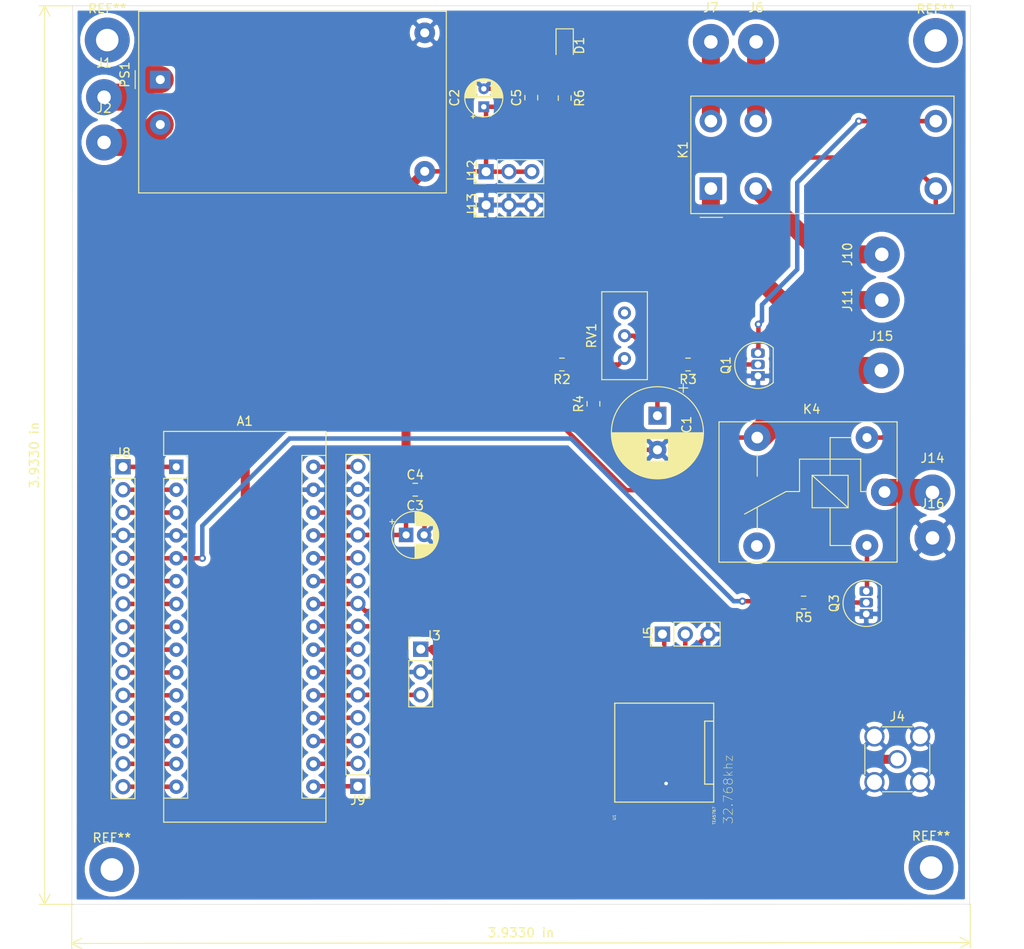
<source format=kicad_pcb>
(kicad_pcb (version 20171130) (host pcbnew "(5.1.5)-3")
  (layers (0 F.Cu signal) (31 B.Cu signal hide) (34 B.Paste user) (35 F.Paste user) (36 B.SilkS user) (37 F.SilkS user) (38 B.Mask user) (39 F.Mask user) (44 Edge.Cuts user))
  (net 0 "")
  (net 1 D1)
  (net 2 3V3)
  (net 3 D0)
  (net 4 AREF)
  (net 5 RST2)
  (net 6 A0)
  (net 7 GND)
  (net 8 IR_rec)
  (net 9 Amplifer_OnOff)
  (net 10 A2)
  (net 11 D3)
  (net 12 A3)
  (net 13 D4)
  (net 14 SDA)
  (net 15 D5)
  (net 16 SCL)
  (net 17 D6)
  (net 18 A6)
  (net 19 D7)
  (net 20 A7)
  (net 21 D8)
  (net 22 5V)
  (net 23 D9)
  (net 24 RST1)
  (net 25 D10)
  (net 26 D11)
  (net 27 VIN)
  (net 28 D12)
  (net 29 D13)
  (net 30 "Net-(C1-Pad1)")
  (net 31 "Net-(D1-Pad2)")
  (net 32 "Net-(J1-Pad1)")
  (net 33 "Net-(J2-Pad1)")
  (net 34 "Net-(J4-Pad1)")
  (net 35 "Net-(J5-Pad1)")
  (net 36 "Net-(J6-Pad1)")
  (net 37 "Net-(J7-Pad1)")
  (net 38 "Net-(J10-Pad1)")
  (net 39 "Net-(J11-Pad1)")
  (net 40 "Net-(J14-Pad1)")
  (net 41 Vcc_wzmacniacz)
  (net 42 "Net-(K1-Pad5)")
  (net 43 "Net-(U1-Pad4)")
  (net 44 "Net-(U1-Pad9)")
  (net 45 "Net-(K4-Pad4)")
  (net 46 "Net-(K4-Pad5)")
  (net 47 "Net-(J5-Pad2)")
  (net 48 "Net-(Q1-Pad2)")
  (net 49 "Net-(Q3-Pad2)")
  (net 50 "Net-(R2-Pad1)")
  (net 51 "Net-(RV1-Pad1)")
  (module Capacitor_THT:CP_Radial_D5.0mm_P2.00mm (layer F.Cu) (at 61.5696 76.962)
    (fp_text reference C3 (at 1 -3.25) (layer F.SilkS))
    (fp_text value CP)
    (pad 2 thru_hole circle (at 2 0) (size 1.6 1.6) (drill 0.8) (layers *.Cu *.Mask) (net 7 GND))
    (pad 1 thru_hole rect (at 0 0) (size 1.6 1.6) (drill 0.8) (layers *.Cu *.Mask) (net 22 5V))
  )
  (module Capacitor_THT:CP_Radial_D10.0mm_P3.80mm (layer F.Cu) (at 89.5096 63.7032 270)
    (fp_text reference C1 (at 1 -3.25 90) (layer F.SilkS))
    (fp_text value CP)
    (pad 2 thru_hole circle (at 3.8 0 270) (size 2 2) (drill 1) (layers *.Cu *.Mask) (net 7 GND))
    (pad 1 thru_hole rect (at 0 0 270) (size 2 2) (drill 1) (layers *.Cu *.Mask) (net 30 "Net-(C1-Pad1)"))
  )
  (module Potentiometer_THT:Potentiometer_Bourns_3296W_Vertical (layer F.Cu) (at 85.852 52.2732 90)
    (fp_text reference RV1 (at -2.54 -3.66 90) (layer F.SilkS))
    (fp_text value R_POT)
    (pad 3 thru_hole circle (at -5.08 0 90) (size 1.44 1.44) (drill 0.8) (layers *.Cu *.Mask) (net 50 "Net-(R2-Pad1)"))
    (pad 2 thru_hole circle (at -2.54 0 90) (size 1.44 1.44) (drill 0.8) (layers *.Cu *.Mask) (net 30 "Net-(C1-Pad1)"))
    (pad 1 thru_hole circle (at 0 0 90) (size 1.44 1.44) (drill 0.8) (layers *.Cu *.Mask) (net 51 "Net-(RV1-Pad1)"))
  )
  (module MountingHole:MountingHole_2.5mm_Pad (layer F.Cu) (at 28.8544 114.1476)
    (fp_text reference REF** (at 0 -3.5) (layer F.SilkS))
    (fp_text value MountingHole_2.5mm_Pad)
    (pad 1 thru_hole circle (at 0 0) (size 5 5) (drill 2.5) (layers *.Cu *.Mask))
  )
  (module MountingHole:MountingHole_2.5mm_Pad (layer F.Cu) (at 119.9388 113.9444)
    (fp_text reference REF** (at 0 -3.5) (layer F.SilkS))
    (fp_text value MountingHole_2.5mm_Pad)
    (pad 1 thru_hole circle (at 0 0) (size 5 5) (drill 2.5) (layers *.Cu *.Mask))
  )
  (module MountingHole:MountingHole_2.5mm_Pad (layer F.Cu) (at 120.4468 21.9964)
    (fp_text reference REF** (at 0 -3.5) (layer F.SilkS))
    (fp_text value MountingHole_2.5mm_Pad)
    (pad 1 thru_hole circle (at 0 0) (size 5 5) (drill 2.5) (layers *.Cu *.Mask))
  )
  (module MountingHole:MountingHole_2.5mm_Pad (layer F.Cu) (at 28.3464 21.9456)
    (fp_text reference REF** (at 0 -3.5) (layer F.SilkS))
    (fp_text value MountingHole_2.5mm_Pad)
    (pad 1 thru_hole circle (at 0 0) (size 5 5) (drill 2.5) (layers *.Cu *.Mask))
  )
  (module Connector_PinHeader_2.54mm:PinHeader_1x03_P2.54mm_Vertical (layer F.Cu) (at 70.4596 40.2844 90)
    (fp_text reference J13 (at 0 -1.56 90) (layer F.SilkS))
    (fp_text value Conn_01x03_Male)
    (pad 3 thru_hole oval (at 0 5.08 90) (size 1.7 1.7) (drill 1) (layers *.Cu *.Mask) (net 7 GND))
    (pad 2 thru_hole oval (at 0 2.54 90) (size 1.7 1.7) (drill 1) (layers *.Cu *.Mask) (net 7 GND))
    (pad 1 thru_hole rect (at 0 0 90) (size 1.7 1.7) (drill 1) (layers *.Cu *.Mask) (net 7 GND))
  )
  (module Connector_PinHeader_2.54mm:PinHeader_1x03_P2.54mm_Vertical (layer F.Cu) (at 70.4596 36.576 90)
    (fp_text reference J12 (at 0 -1.56 90) (layer F.SilkS))
    (fp_text value Conn_01x03_Male)
    (pad 3 thru_hole oval (at 0 5.08 90) (size 1.7 1.7) (drill 1) (layers *.Cu *.Mask) (net 22 5V))
    (pad 2 thru_hole oval (at 0 2.54 90) (size 1.7 1.7) (drill 1) (layers *.Cu *.Mask) (net 22 5V))
    (pad 1 thru_hole rect (at 0 0 90) (size 1.7 1.7) (drill 1) (layers *.Cu *.Mask) (net 22 5V))
  )
  (module Connector_PinHeader_2.54mm:PinHeader_1x03_P2.54mm_Vertical (layer F.Cu) (at 90.0684 87.9856 90)
    (fp_text reference J5 (at 0 -1.56 90) (layer F.SilkS))
    (fp_text value Conn_01x03_Female)
    (pad 3 thru_hole oval (at 0 5.08 90) (size 1.7 1.7) (drill 1) (layers *.Cu *.Mask) (net 7 GND))
    (pad 2 thru_hole oval (at 0 2.54 90) (size 1.7 1.7) (drill 1) (layers *.Cu *.Mask) (net 47 "Net-(J5-Pad2)"))
    (pad 1 thru_hole rect (at 0 0 90) (size 1.7 1.7) (drill 1) (layers *.Cu *.Mask) (net 35 "Net-(J5-Pad1)"))
  )
  (module Connector_PinHeader_2.54mm:PinHeader_1x03_P2.54mm_Vertical (layer F.Cu) (at 63.1952 89.662)
    (fp_text reference J3 (at 1.375 -1.5) (layer F.SilkS))
    (fp_text value Conn_01x03_Female)
    (pad 3 thru_hole oval (at 0 5.08) (size 1.7 1.7) (drill 1) (layers *.Cu *.Mask) (net 8 IR_rec))
    (pad 2 thru_hole oval (at 0 2.54) (size 1.7 1.7) (drill 1) (layers *.Cu *.Mask) (net 7 GND))
    (pad 1 thru_hole rect (at 0 0) (size 1.7 1.7) (drill 1) (layers *.Cu *.Mask) (net 22 5V))
  )
  (module Connector_PinHeader_2.54mm:PinHeader_1x15_P2.54mm_Vertical (layer F.Cu) (at 30.099 69.3928)
    (fp_text reference J8 (at 0 -1.56) (layer F.SilkS))
    (fp_text value Conn_01x15_Male)
    (pad 15 thru_hole oval (at 0 35.56) (size 1.7 1.7) (drill 1) (layers *.Cu *.Mask) (net 28 D12))
    (pad 14 thru_hole oval (at 0 33.02) (size 1.7 1.7) (drill 1) (layers *.Cu *.Mask) (net 26 D11))
    (pad 13 thru_hole oval (at 0 30.48) (size 1.7 1.7) (drill 1) (layers *.Cu *.Mask) (net 25 D10))
    (pad 12 thru_hole oval (at 0 27.94) (size 1.7 1.7) (drill 1) (layers *.Cu *.Mask) (net 23 D9))
    (pad 11 thru_hole oval (at 0 25.4) (size 1.7 1.7) (drill 1) (layers *.Cu *.Mask) (net 21 D8))
    (pad 10 thru_hole oval (at 0 22.86) (size 1.7 1.7) (drill 1) (layers *.Cu *.Mask) (net 19 D7))
    (pad 9 thru_hole oval (at 0 20.32) (size 1.7 1.7) (drill 1) (layers *.Cu *.Mask) (net 17 D6))
    (pad 8 thru_hole oval (at 0 17.78) (size 1.7 1.7) (drill 1) (layers *.Cu *.Mask) (net 15 D5))
    (pad 7 thru_hole oval (at 0 15.24) (size 1.7 1.7) (drill 1) (layers *.Cu *.Mask) (net 13 D4))
    (pad 6 thru_hole oval (at 0 12.7) (size 1.7 1.7) (drill 1) (layers *.Cu *.Mask) (net 11 D3))
    (pad 5 thru_hole oval (at 0 10.16) (size 1.7 1.7) (drill 1) (layers *.Cu *.Mask) (net 9 Amplifer_OnOff))
    (pad 4 thru_hole oval (at 0 7.62) (size 1.7 1.7) (drill 1) (layers *.Cu *.Mask) (net 7 GND))
    (pad 3 thru_hole oval (at 0 5.08) (size 1.7 1.7) (drill 1) (layers *.Cu *.Mask) (net 5 RST2))
    (pad 2 thru_hole oval (at 0 2.54) (size 1.7 1.7) (drill 1) (layers *.Cu *.Mask) (net 3 D0))
    (pad 1 thru_hole rect (at 0 0) (size 1.7 1.7) (drill 1) (layers *.Cu *.Mask) (net 1 D1))
  )
  (module Connector_PinHeader_2.54mm:PinHeader_1x15_P2.54mm_Vertical (layer F.Cu) (at 56.2102 104.902 180)
    (fp_text reference J9 (at 0 -1.56) (layer F.SilkS))
    (fp_text value Conn_01x15_Male)
    (pad 15 thru_hole oval (at 0 35.56 180) (size 1.7 1.7) (drill 1) (layers *.Cu *.Mask) (net 27 VIN))
    (pad 14 thru_hole oval (at 0 33.02 180) (size 1.7 1.7) (drill 1) (layers *.Cu *.Mask) (net 7 GND))
    (pad 13 thru_hole oval (at 0 30.48 180) (size 1.7 1.7) (drill 1) (layers *.Cu *.Mask) (net 24 RST1))
    (pad 12 thru_hole oval (at 0 27.94 180) (size 1.7 1.7) (drill 1) (layers *.Cu *.Mask) (net 22 5V))
    (pad 11 thru_hole oval (at 0 25.4 180) (size 1.7 1.7) (drill 1) (layers *.Cu *.Mask) (net 20 A7))
    (pad 10 thru_hole oval (at 0 22.86 180) (size 1.7 1.7) (drill 1) (layers *.Cu *.Mask) (net 18 A6))
    (pad 9 thru_hole oval (at 0 20.32 180) (size 1.7 1.7) (drill 1) (layers *.Cu *.Mask) (net 16 SCL))
    (pad 8 thru_hole oval (at 0 17.78 180) (size 1.7 1.7) (drill 1) (layers *.Cu *.Mask) (net 14 SDA))
    (pad 7 thru_hole oval (at 0 15.24 180) (size 1.7 1.7) (drill 1) (layers *.Cu *.Mask) (net 12 A3))
    (pad 6 thru_hole oval (at 0 12.7 180) (size 1.7 1.7) (drill 1) (layers *.Cu *.Mask) (net 10 A2))
    (pad 5 thru_hole oval (at 0 10.16 180) (size 1.7 1.7) (drill 1) (layers *.Cu *.Mask) (net 8 IR_rec))
    (pad 4 thru_hole oval (at 0 7.62 180) (size 1.7 1.7) (drill 1) (layers *.Cu *.Mask) (net 6 A0))
    (pad 3 thru_hole oval (at 0 5.08 180) (size 1.7 1.7) (drill 1) (layers *.Cu *.Mask) (net 4 AREF))
    (pad 2 thru_hole oval (at 0 2.54 180) (size 1.7 1.7) (drill 1) (layers *.Cu *.Mask) (net 2 3V3))
    (pad 1 thru_hole rect (at 0 0 180) (size 1.7 1.7) (drill 1) (layers *.Cu *.Mask) (net 29 D13))
  )
  (module Module:Arduino_Nano (layer F.Cu) (at 36.0172 69.3928)
    (fp_text reference A1 (at 7.62 -5.08) (layer F.SilkS))
    (fp_text value Arduino_Nano_v3.x)
    (pad 1 thru_hole rect (at 0 0) (size 1.6 1.6) (drill 0.8) (layers *.Cu *.Mask) (net 1 D1))
    (pad 17 thru_hole oval (at 15.24 33.02) (size 1.6 1.6) (drill 0.8) (layers *.Cu *.Mask) (net 2 3V3))
    (pad 2 thru_hole oval (at 0 2.54) (size 1.6 1.6) (drill 0.8) (layers *.Cu *.Mask) (net 3 D0))
    (pad 18 thru_hole oval (at 15.24 30.48) (size 1.6 1.6) (drill 0.8) (layers *.Cu *.Mask) (net 4 AREF))
    (pad 3 thru_hole oval (at 0 5.08) (size 1.6 1.6) (drill 0.8) (layers *.Cu *.Mask) (net 5 RST2))
    (pad 19 thru_hole oval (at 15.24 27.94) (size 1.6 1.6) (drill 0.8) (layers *.Cu *.Mask) (net 6 A0))
    (pad 4 thru_hole oval (at 0 7.62) (size 1.6 1.6) (drill 0.8) (layers *.Cu *.Mask) (net 7 GND))
    (pad 20 thru_hole oval (at 15.24 25.4) (size 1.6 1.6) (drill 0.8) (layers *.Cu *.Mask) (net 8 IR_rec))
    (pad 5 thru_hole oval (at 0 10.16) (size 1.6 1.6) (drill 0.8) (layers *.Cu *.Mask) (net 9 Amplifer_OnOff))
    (pad 21 thru_hole oval (at 15.24 22.86) (size 1.6 1.6) (drill 0.8) (layers *.Cu *.Mask) (net 10 A2))
    (pad 6 thru_hole oval (at 0 12.7) (size 1.6 1.6) (drill 0.8) (layers *.Cu *.Mask) (net 11 D3))
    (pad 22 thru_hole oval (at 15.24 20.32) (size 1.6 1.6) (drill 0.8) (layers *.Cu *.Mask) (net 12 A3))
    (pad 7 thru_hole oval (at 0 15.24) (size 1.6 1.6) (drill 0.8) (layers *.Cu *.Mask) (net 13 D4))
    (pad 23 thru_hole oval (at 15.24 17.78) (size 1.6 1.6) (drill 0.8) (layers *.Cu *.Mask) (net 14 SDA))
    (pad 8 thru_hole oval (at 0 17.78) (size 1.6 1.6) (drill 0.8) (layers *.Cu *.Mask) (net 15 D5))
    (pad 24 thru_hole oval (at 15.24 15.24) (size 1.6 1.6) (drill 0.8) (layers *.Cu *.Mask) (net 16 SCL))
    (pad 9 thru_hole oval (at 0 20.32) (size 1.6 1.6) (drill 0.8) (layers *.Cu *.Mask) (net 17 D6))
    (pad 25 thru_hole oval (at 15.24 12.7) (size 1.6 1.6) (drill 0.8) (layers *.Cu *.Mask) (net 18 A6))
    (pad 10 thru_hole oval (at 0 22.86) (size 1.6 1.6) (drill 0.8) (layers *.Cu *.Mask) (net 19 D7))
    (pad 26 thru_hole oval (at 15.24 10.16) (size 1.6 1.6) (drill 0.8) (layers *.Cu *.Mask) (net 20 A7))
    (pad 11 thru_hole oval (at 0 25.4) (size 1.6 1.6) (drill 0.8) (layers *.Cu *.Mask) (net 21 D8))
    (pad 27 thru_hole oval (at 15.24 7.62) (size 1.6 1.6) (drill 0.8) (layers *.Cu *.Mask) (net 22 5V))
    (pad 12 thru_hole oval (at 0 27.94) (size 1.6 1.6) (drill 0.8) (layers *.Cu *.Mask) (net 23 D9))
    (pad 28 thru_hole oval (at 15.24 5.08) (size 1.6 1.6) (drill 0.8) (layers *.Cu *.Mask) (net 24 RST1))
    (pad 13 thru_hole oval (at 0 30.48) (size 1.6 1.6) (drill 0.8) (layers *.Cu *.Mask) (net 25 D10))
    (pad 29 thru_hole oval (at 15.24 2.54) (size 1.6 1.6) (drill 0.8) (layers *.Cu *.Mask) (net 7 GND))
    (pad 14 thru_hole oval (at 0 33.02) (size 1.6 1.6) (drill 0.8) (layers *.Cu *.Mask) (net 26 D11))
    (pad 30 thru_hole oval (at 15.24 0) (size 1.6 1.6) (drill 0.8) (layers *.Cu *.Mask) (net 27 VIN))
    (pad 15 thru_hole oval (at 0 35.56) (size 1.6 1.6) (drill 0.8) (layers *.Cu *.Mask) (net 28 D12))
    (pad 16 thru_hole oval (at 15.24 35.56) (size 1.6 1.6) (drill 0.8) (layers *.Cu *.Mask) (net 29 D13))
  )
  (module Capacitor_THT:CP_Radial_D4.0mm_P2.00mm (layer F.Cu) (at 70.2056 29.3624 90)
    (fp_text reference C2 (at 1 -3.25 90) (layer F.SilkS))
    (fp_text value CP)
    (pad 1 thru_hole rect (at 0 0 90) (size 1.2 1.2) (drill 0.6) (layers *.Cu *.Mask) (net 22 5V))
    (pad 2 thru_hole circle (at 2 0 90) (size 1.2 1.2) (drill 0.6) (layers *.Cu *.Mask) (net 7 GND))
  )
  (module Capacitor_SMD:C_0805_2012Metric_Pad1.15x1.40mm_HandSolder (layer F.Cu) (at 62.5856 71.9328)
    (fp_text reference C4 (at 0 -1.65) (layer F.SilkS))
    (fp_text value C)
    (pad 1 smd roundrect (at -1.025 0) (size 1.15 1.4) (layers F.Cu F.Paste F.Mask) (roundrect_rratio 0.217391) (net 22 5V))
    (pad 2 smd roundrect (at 1.025 0) (size 1.15 1.4) (layers F.Cu F.Paste F.Mask) (roundrect_rratio 0.217391) (net 7 GND))
  )
  (module Capacitor_SMD:C_0805_2012Metric_Pad1.15x1.40mm_HandSolder (layer F.Cu) (at 75.4888 28.3464 90)
    (fp_text reference C5 (at 0 -1.65 90) (layer F.SilkS))
    (fp_text value C)
    (pad 2 smd roundrect (at 1.025 0 90) (size 1.15 1.4) (layers F.Cu F.Paste F.Mask) (roundrect_rratio 0.217391) (net 7 GND))
    (pad 1 smd roundrect (at -1.025 0 90) (size 1.15 1.4) (layers F.Cu F.Paste F.Mask) (roundrect_rratio 0.217391) (net 22 5V))
  )
  (module LED_SMD:LED_0805_2012Metric_Pad1.15x1.40mm_HandSolder (layer F.Cu) (at 79.1972 22.5552 270)
    (fp_text reference D1 (at 0 -1.65 90) (layer F.SilkS))
    (fp_text value LED)
    (pad 1 smd roundrect (at -1.025 0 270) (size 1.15 1.4) (layers F.Cu F.Paste F.Mask) (roundrect_rratio 0.217391) (net 7 GND))
    (pad 2 smd roundrect (at 1.025 0 270) (size 1.15 1.4) (layers F.Cu F.Paste F.Mask) (roundrect_rratio 0.217391) (net 31 "Net-(D1-Pad2)"))
  )
  (module Connector_Wire:SolderWirePad_1x01_Drill1.5mm (layer F.Cu) (at 27.9908 28.2956)
    (fp_text reference J1 (at 0 -3.81) (layer F.SilkS))
    (fp_text value Screw_Terminal_01x01)
    (pad 1 thru_hole circle (at 0 0) (size 4.0005 4.0005) (drill 1.50114) (layers *.Cu *.Mask) (net 32 "Net-(J1-Pad1)"))
  )
  (module Connector_Wire:SolderWirePad_1x01_Drill1.5mm (layer F.Cu) (at 27.9908 33.3248)
    (fp_text reference J2 (at 0 -3.81) (layer F.SilkS))
    (fp_text value Screw_Terminal_01x01)
    (pad 1 thru_hole circle (at 0 0) (size 4.0005 4.0005) (drill 1.50114) (layers *.Cu *.Mask) (net 33 "Net-(J2-Pad1)"))
  )
  (module Connector_Coaxial:SMA_Amphenol_132291_Vertical (layer F.Cu) (at 116.1796 101.9048)
    (fp_text reference J4 (at 0 -4.75) (layer F.SilkS))
    (fp_text value Conn_Coaxial)
    (pad 1 thru_hole circle (at 0 0) (size 2.05 2.05) (drill 1.5) (layers *.Cu *.Mask) (net 34 "Net-(J4-Pad1)"))
    (pad 2 thru_hole circle (at 2.54 2.54) (size 2.25 2.25) (drill 1.7) (layers *.Cu *.Mask) (net 7 GND))
    (pad 2 thru_hole circle (at 2.54 -2.54) (size 2.25 2.25) (drill 1.7) (layers *.Cu *.Mask) (net 7 GND))
    (pad 2 thru_hole circle (at -2.54 -2.54) (size 2.25 2.25) (drill 1.7) (layers *.Cu *.Mask) (net 7 GND))
    (pad 2 thru_hole circle (at -2.54 2.54) (size 2.25 2.25) (drill 1.7) (layers *.Cu *.Mask) (net 7 GND))
  )
  (module Connector_Wire:SolderWirePad_1x01_Drill1.5mm (layer F.Cu) (at 100.4824 22.1488)
    (fp_text reference J6 (at 0 -3.81) (layer F.SilkS))
    (fp_text value Screw_Terminal_01x01)
    (pad 1 thru_hole circle (at 0 0) (size 4.0005 4.0005) (drill 1.50114) (layers *.Cu *.Mask) (net 36 "Net-(J6-Pad1)"))
  )
  (module Connector_Wire:SolderWirePad_1x01_Drill1.5mm (layer F.Cu) (at 95.4532 22.1488)
    (fp_text reference J7 (at 0 -3.81) (layer F.SilkS))
    (fp_text value Screw_Terminal_01x01)
    (pad 1 thru_hole circle (at 0 0) (size 4.0005 4.0005) (drill 1.50114) (layers *.Cu *.Mask) (net 37 "Net-(J7-Pad1)"))
  )
  (module Connector_Wire:SolderWirePad_1x01_Drill1.5mm (layer F.Cu) (at 114.4524 45.7708 90)
    (fp_text reference J10 (at 0 -3.81 90) (layer F.SilkS))
    (fp_text value Screw_Terminal_01x01)
    (pad 1 thru_hole circle (at 0 0 90) (size 4.0005 4.0005) (drill 1.50114) (layers *.Cu *.Mask) (net 38 "Net-(J10-Pad1)"))
  )
  (module Connector_Wire:SolderWirePad_1x01_Drill1.5mm (layer F.Cu) (at 114.4524 50.8508 90)
    (fp_text reference J11 (at 0 -3.81 90) (layer F.SilkS))
    (fp_text value Screw_Terminal_01x01)
    (pad 1 thru_hole circle (at 0 0 90) (size 4.0005 4.0005) (drill 1.50114) (layers *.Cu *.Mask) (net 39 "Net-(J11-Pad1)"))
  )
  (module Connector_Wire:SolderWirePad_1x01_Drill1.5mm (layer F.Cu) (at 120.0912 72.2376)
    (fp_text reference J14 (at 0 -3.81) (layer F.SilkS))
    (fp_text value Screw_Terminal_01x01)
    (pad 1 thru_hole circle (at 0 0) (size 4.0005 4.0005) (drill 1.50114) (layers *.Cu *.Mask) (net 40 "Net-(J14-Pad1)"))
  )
  (module Connector_Wire:SolderWirePad_1x01_Drill1.5mm (layer F.Cu) (at 114.4016 58.674)
    (fp_text reference J15 (at 0 -3.81) (layer F.SilkS))
    (fp_text value Screw_Terminal_01x01)
    (pad 1 thru_hole circle (at 0 0) (size 4.0005 4.0005) (drill 1.50114) (layers *.Cu *.Mask) (net 41 Vcc_wzmacniacz))
  )
  (module Connector_Wire:SolderWirePad_1x01_Drill1.5mm (layer F.Cu) (at 120.0912 77.2922)
    (fp_text reference J16 (at 0 -3.81) (layer F.SilkS))
    (fp_text value Screw_Terminal_01x01)
    (pad 1 thru_hole circle (at 0 0) (size 4.0005 4.0005) (drill 1.50114) (layers *.Cu *.Mask) (net 7 GND))
  )
  (module Relay_THT:Relay_DPST_Fujitsu_FTR-F1A (layer F.Cu) (at 95.4532 38.4556 90)
    (fp_text reference K1 (at 4.3 -3.1 90) (layer F.SilkS))
    (fp_text value Fujitsu_FTR-F1A)
    (pad 1 thru_hole rect (at 0 0) (size 2.5 2.5) (drill 1.4) (layers *.Cu *.Mask) (net 39 "Net-(J11-Pad1)"))
    (pad 2 thru_hole circle (at 0 5) (size 2.5 2.5) (drill 1.4) (layers *.Cu *.Mask) (net 38 "Net-(J10-Pad1)"))
    (pad 4 thru_hole circle (at 0 25) (size 2.5 2.5) (drill 1.4) (layers *.Cu *.Mask) (net 22 5V))
    (pad 5 thru_hole circle (at 7.5 25) (size 2.5 2.5) (drill 1.4) (layers *.Cu *.Mask) (net 42 "Net-(K1-Pad5)"))
    (pad 7 thru_hole circle (at 7.5 5) (size 2.5 2.5) (drill 1.4) (layers *.Cu *.Mask) (net 36 "Net-(J6-Pad1)"))
    (pad 8 thru_hole circle (at 7.5 0) (size 2.5 2.5) (drill 1.4) (layers *.Cu *.Mask) (net 37 "Net-(J7-Pad1)"))
  )
  (module Relay_THT:Relay_SPDT_SANYOU_SRD_Series_Form_C (layer F.Cu) (at 114.7572 72.1868 180)
    (fp_text reference K4 (at 8.1 9.2) (layer F.SilkS))
    (fp_text value DIPxx-1Cxx-51x)
    (pad 2 thru_hole circle (at 1.95 6.05 270) (size 2.5 2.5) (drill 1) (layers *.Cu *.Mask) (net 22 5V))
    (pad 3 thru_hole circle (at 14.15 6.05 270) (size 3 3) (drill 1.3) (layers *.Cu *.Mask) (net 41 Vcc_wzmacniacz))
    (pad 4 thru_hole circle (at 14.2 -6 270) (size 3 3) (drill 1.3) (layers *.Cu *.Mask) (net 45 "Net-(K4-Pad4)"))
    (pad 5 thru_hole circle (at 1.95 -5.95 270) (size 2.5 2.5) (drill 1) (layers *.Cu *.Mask) (net 46 "Net-(K4-Pad5)"))
    (pad 1 thru_hole circle (at 0 0 270) (size 3 3) (drill 1.3) (layers *.Cu *.Mask) (net 40 "Net-(J14-Pad1)"))
  )
  (module Converter_ACDC:Converter_ACDC_HiLink_HLK-PMxx (layer F.Cu) (at 34.2392 26.3398)
    (fp_text reference PS1 (at -3.94 -0.55 90) (layer F.SilkS))
    (fp_text value HLK-PM01)
    (pad 3 thru_hole circle (at 29.4 -5.2) (size 2.3 2.3) (drill 1) (layers *.Cu *.Mask) (net 7 GND))
    (pad 1 thru_hole rect (at 0 0) (size 2.3 2) (drill 1) (layers *.Cu *.Mask) (net 32 "Net-(J1-Pad1)"))
    (pad 2 thru_hole circle (at 0 5) (size 2.3 2.3) (drill 1) (layers *.Cu *.Mask) (net 33 "Net-(J2-Pad1)"))
    (pad 4 thru_hole circle (at 29.4 10.2) (size 2.3 2.3) (drill 1) (layers *.Cu *.Mask) (net 22 5V))
  )
  (module Package_TO_SOT_THT:TO-92L_Inline (layer F.Cu) (at 100.6856 59.2836 90)
    (fp_text reference Q1 (at 1.19 -3.56 90) (layer F.SilkS))
    (fp_text value 2N7002)
    (pad 2 thru_hole roundrect (at 1.27 0 90) (size 1.05 1.5) (drill 0.75) (layers *.Cu *.Mask) (net 48 "Net-(Q1-Pad2)"))
    (pad 3 thru_hole roundrect (at 2.54 0 90) (size 1.05 1.5) (drill 0.75) (layers *.Cu *.Mask) (net 42 "Net-(K1-Pad5)"))
    (pad 1 thru_hole rect (at 0 0 90) (size 1.05 1.5) (drill 0.75) (layers *.Cu *.Mask) (net 7 GND))
  )
  (module Package_TO_SOT_THT:TO-92L_Inline (layer F.Cu) (at 112.7252 85.7504 90)
    (fp_text reference Q3 (at 1.19 -3.56 90) (layer F.SilkS))
    (fp_text value 2N7002)
    (pad 1 thru_hole rect (at 0 0 90) (size 1.05 1.5) (drill 0.75) (layers *.Cu *.Mask) (net 7 GND))
    (pad 3 thru_hole roundrect (at 2.54 0 90) (size 1.05 1.5) (drill 0.75) (layers *.Cu *.Mask) (net 46 "Net-(K4-Pad5)"))
    (pad 2 thru_hole roundrect (at 1.27 0 90) (size 1.05 1.5) (drill 0.75) (layers *.Cu *.Mask) (net 49 "Net-(Q3-Pad2)"))
  )
  (module Resistor_SMD:R_0805_2012Metric_Pad1.15x1.40mm_HandSolder (layer F.Cu) (at 78.8924 58.0136 180)
    (fp_text reference R2 (at 0 -1.65) (layer F.SilkS))
    (fp_text value R)
    (pad 1 smd roundrect (at -1.025 0 180) (size 1.15 1.4) (layers F.Cu F.Paste F.Mask) (roundrect_rratio 0.217391) (net 50 "Net-(R2-Pad1)"))
    (pad 2 smd roundrect (at 1.025 0 180) (size 1.15 1.4) (layers F.Cu F.Paste F.Mask) (roundrect_rratio 0.217391) (net 41 Vcc_wzmacniacz))
  )
  (module Resistor_SMD:R_0805_2012Metric_Pad1.15x1.40mm_HandSolder (layer F.Cu) (at 92.9132 58.0136 180)
    (fp_text reference R3 (at 0 -1.65) (layer F.SilkS))
    (fp_text value R)
    (pad 2 smd roundrect (at 1.025 0 180) (size 1.15 1.4) (layers F.Cu F.Paste F.Mask) (roundrect_rratio 0.217391) (net 30 "Net-(C1-Pad1)"))
    (pad 1 smd roundrect (at -1.025 0 180) (size 1.15 1.4) (layers F.Cu F.Paste F.Mask) (roundrect_rratio 0.217391) (net 48 "Net-(Q1-Pad2)"))
  )
  (module Resistor_SMD:R_0805_2012Metric_Pad1.15x1.40mm_HandSolder (layer F.Cu) (at 82.3976 62.3824 90)
    (fp_text reference R4 (at 0 -1.65 90) (layer F.SilkS))
    (fp_text value R)
    (pad 2 smd roundrect (at 1.025 0 90) (size 1.15 1.4) (layers F.Cu F.Paste F.Mask) (roundrect_rratio 0.217391) (net 50 "Net-(R2-Pad1)"))
    (pad 1 smd roundrect (at -1.025 0 90) (size 1.15 1.4) (layers F.Cu F.Paste F.Mask) (roundrect_rratio 0.217391) (net 7 GND))
  )
  (module Resistor_SMD:R_0805_2012Metric_Pad1.15x1.40mm_HandSolder (layer F.Cu) (at 105.7656 84.4804 180)
    (fp_text reference R5 (at 0 -1.65) (layer F.SilkS))
    (fp_text value R)
    (pad 2 smd roundrect (at 1.025 0 180) (size 1.15 1.4) (layers F.Cu F.Paste F.Mask) (roundrect_rratio 0.217391) (net 9 Amplifer_OnOff))
    (pad 1 smd roundrect (at -1.025 0 180) (size 1.15 1.4) (layers F.Cu F.Paste F.Mask) (roundrect_rratio 0.217391) (net 49 "Net-(Q3-Pad2)"))
  )
  (module Resistor_SMD:R_0805_2012Metric_Pad1.15x1.40mm_HandSolder (layer F.Cu) (at 79.1972 28.3972 270)
    (fp_text reference R6 (at 0 -1.65 90) (layer F.SilkS))
    (fp_text value R)
    (pad 1 smd roundrect (at -1.025 0 270) (size 1.15 1.4) (layers F.Cu F.Paste F.Mask) (roundrect_rratio 0.217391) (net 31 "Net-(D1-Pad2)"))
    (pad 2 smd roundrect (at 1.025 0 270) (size 1.15 1.4) (layers F.Cu F.Paste F.Mask) (roundrect_rratio 0.217391) (net 22 5V))
  )
  (module TEA5767:TJ-102BC (layer F.Cu) (at 86.7664 105.664 90)
    (fp_text reference U1 (at -2.7 -2.05 90) (layer F.SilkS) (effects (font (size 0.314961 0.314961) (thickness 0.05))))
    (fp_text value TEA5767 (at -2.5 9.05 90) (layer F.SilkS) (effects (font (size 0.314961 0.314961) (thickness 0.05))))
    (fp_text user 32.768khz (at 0.400783 10.6207 90) (layer F.SilkS) (effects (font (thickness 0.05))))
    (pad 1 smd rect (at -2 -0.5 90) (size 3 1.3) (layers F.Cu F.Paste F.Mask) (net 14 SDA))
    (pad 2 smd rect (at -2 1.5 90) (size 3 1.3) (layers F.Cu F.Paste F.Mask) (net 16 SCL))
    (pad 3 smd rect (at -2 3.5 90) (size 3 1.3) (layers F.Cu F.Paste F.Mask) (net 7 GND))
    (pad 4 smd rect (at -2 5.5 90) (size 3 1.3) (layers F.Cu F.Paste F.Mask) (net 43 "Net-(U1-Pad4)"))
    (pad 5 smd rect (at -2 7.5 90) (size 3 1.3) (layers F.Cu F.Paste F.Mask) (net 22 5V))
    (pad 10 smd rect (at 11 -0.5 90) (size 3 1.3) (layers F.Cu F.Paste F.Mask) (net 34 "Net-(J4-Pad1)"))
    (pad 9 smd rect (at 11 1.5 90) (size 3 1.3) (layers F.Cu F.Paste F.Mask) (net 44 "Net-(U1-Pad9)"))
    (pad 8 smd rect (at 11 3.5 90) (size 3 1.3) (layers F.Cu F.Paste F.Mask) (net 35 "Net-(J5-Pad1)"))
    (pad 7 smd rect (at 11 5.5 90) (size 3 1.3) (layers F.Cu F.Paste F.Mask) (net 47 "Net-(J5-Pad2)"))
    (pad 6 smd rect (at 11 7.5 90) (size 3 1.3) (layers F.Cu F.Paste F.Mask) (net 7 GND))
  )
  (gr_text "Radio by\nPablo W." (at 31.496 51.9176 90) (layer F.Cu) (effects (font (size 1.5 1.5) (thickness 0.3))))
  (gr_line (start 124.2314 118.0592) (end 124.2314 118.11) (layer Edge.Cuts) (width 0.05))
  (gr_line (start 124.3076 18.1356) (end 124.2314 118.0592) (layer Edge.Cuts) (width 0.05))
  (gr_line (start 24.511 18.1356) (end 124.3076 18.1356) (layer Edge.Cuts) (width 0.05))
  (gr_line (start 24.4094 118.0338) (end 24.511 18.1356) (layer Edge.Cuts) (width 0.05))
  (gr_line (start 124.3076 118.0084) (end 24.4094 118.0338) (layer Edge.Cuts) (width 0.05))
  (dimension 99.8982 (width 0.12) (layer F.SilkS) (gr_text "99.898 mm" (at 20.1168 68.0847 90) (layer F.SilkS) (effects (font (size 1 1) (thickness 0.15)))) (feature1 (pts (xy 24.511 18.1356) (xy 20.800379 18.1356))) (feature2 (pts (xy 24.511 118.0338) (xy 20.800379 118.0338))) (crossbar (pts (xy 21.3868 118.0338) (xy 21.3868 18.1356))) (arrow1a (pts (xy 21.3868 18.1356) (xy 21.973221 19.262104))) (arrow1b (pts (xy 21.3868 18.1356) (xy 20.800379 19.262104))) (arrow2a (pts (xy 21.3868 118.0338) (xy 21.973221 116.907296))) (arrow2b (pts (xy 21.3868 118.0338) (xy 20.800379 116.907296))))
  (dimension 99.898252 (width 0.12) (layer F.SilkS) (gr_text "99.898 mm" (at 74.338709 123.5989 0.05827181262) (layer F.SilkS) (effects (font (size 1 1) (thickness 0.15)))) (feature1 (pts (xy 124.2822 118.0338) (xy 124.287113 122.864521))) (feature2 (pts (xy 24.384 118.1354) (xy 24.388913 122.966121))) (crossbar (pts (xy 24.388317 122.379701) (xy 124.286517 122.278101))) (arrow1a (pts (xy 124.286517 122.278101) (xy 123.16061 122.865667))) (arrow1b (pts (xy 124.286517 122.278101) (xy 123.159417 121.692826))) (arrow2a (pts (xy 24.388317 122.379701) (xy 25.515417 122.964976))) (arrow2b (pts (xy 24.388317 122.379701) (xy 25.514224 121.792135))))
  (segment (start 36.0172 69.3928) (end 30.099 69.3928) (width 0.5) (layer F.Cu) (net 1))
  (segment (start 56.1594 102.4128) (end 56.2102 102.362) (width 0.5) (layer F.Cu) (net 2))
  (segment (start 51.2572 102.4128) (end 56.1594 102.4128) (width 0.5) (layer F.Cu) (net 2))
  (segment (start 30.099 71.9328) (end 36.0172 71.9328) (width 0.5) (layer F.Cu) (net 3))
  (segment (start 56.1594 99.8728) (end 56.2102 99.822) (width 0.5) (layer F.Cu) (net 4))
  (segment (start 51.2572 99.8728) (end 56.1594 99.8728) (width 0.5) (layer F.Cu) (net 4))
  (segment (start 34.88583 74.4728) (end 30.099 74.4728) (width 0.5) (layer F.Cu) (net 5))
  (segment (start 36.0172 74.4728) (end 34.88583 74.4728) (width 0.5) (layer F.Cu) (net 5))
  (segment (start 51.308 97.282) (end 51.2572 97.3328) (width 0.5) (layer F.Cu) (net 6))
  (segment (start 56.2102 97.282) (end 51.308 97.282) (width 0.5) (layer F.Cu) (net 6))
  (segment (start 70.4596 40.2844) (end 72.9996 40.2844) (width 0.5) (layer F.Cu) (net 7))
  (segment (start 72.9996 40.2844) (end 76.2508 40.2844) (width 0.5) (layer F.Cu) (net 7))
  (segment (start 76.2508 40.2844) (end 75.5396 40.2844) (width 0.5) (layer F.Cu) (net 7))
  (segment (start 75.4478 27.3624) (end 75.4888 27.3214) (width 0.5) (layer F.Cu) (net 7))
  (segment (start 70.2056 27.3624) (end 75.4478 27.3624) (width 0.5) (layer F.Cu) (net 7))
  (segment (start 75.4888 26.7464) (end 76.5556 25.6796) (width 0.5) (layer F.Cu) (net 7))
  (segment (start 75.4888 27.3214) (end 75.4888 26.7464) (width 0.5) (layer F.Cu) (net 7))
  (segment (start 76.5556 25.6796) (end 76.5556 22.1996) (width 0.5) (layer F.Cu) (net 7))
  (segment (start 77.225 21.5302) (end 79.1972 21.5302) (width 0.5) (layer F.Cu) (net 7))
  (segment (start 76.5556 22.1996) (end 77.225 21.5302) (width 0.5) (layer F.Cu) (net 7))
  (segment (start 63.6106 76.921) (end 63.5696 76.962) (width 0.5) (layer F.Cu) (net 7))
  (segment (start 63.6106 71.9328) (end 63.6106 76.921) (width 0.5) (layer F.Cu) (net 7))
  (segment (start 56.1594 71.9328) (end 56.2102 71.882) (width 0.5) (layer F.Cu) (net 7))
  (segment (start 51.2572 71.9328) (end 56.1594 71.9328) (width 0.5) (layer F.Cu) (net 7))
  (segment (start 30.099 77.0128) (end 36.0172 77.0128) (width 0.5) (layer F.Cu) (net 7))
  (segment (start 94.2664 88.8676) (end 95.1484 87.9856) (width 0.5) (layer F.Cu) (net 7))
  (segment (start 94.2664 94.664) (end 94.2664 88.8676) (width 0.5) (layer F.Cu) (net 7))
  (via (at 90.4748 104.5972) (size 0.8) (drill 0.4) (layers F.Cu B.Cu) (net 7))
  (segment (start 90.2664 104.8056) (end 90.4748 104.5972) (width 0.5) (layer F.Cu) (net 7))
  (segment (start 90.2664 107.664) (end 90.2664 104.8056) (width 0.5) (layer F.Cu) (net 7))
  (segment (start 85.9436 67.5032) (end 89.5096 67.5032) (width 0.5) (layer F.Cu) (net 7))
  (segment (start 84.76 66.3448) (end 84.7852 66.3448) (width 0.5) (layer F.Cu) (net 7))
  (segment (start 82.3976 63.4074) (end 82.3976 63.9824) (width 0.5) (layer F.Cu) (net 7))
  (segment (start 84.7852 66.3448) (end 85.9436 67.5032) (width 0.5) (layer F.Cu) (net 7))
  (segment (start 82.3976 63.9824) (end 84.76 66.3448) (width 0.5) (layer F.Cu) (net 7))
  (segment (start 98.9584 59.2836) (end 100.6856 59.2836) (width 0.5) (layer F.Cu) (net 7))
  (segment (start 91.738799 66.503201) (end 98.9584 59.2836) (width 0.5) (layer F.Cu) (net 7))
  (segment (start 89.5096 67.5032) (end 90.509599 66.503201) (width 0.5) (layer F.Cu) (net 7))
  (segment (start 90.509599 66.503201) (end 91.738799 66.503201) (width 0.5) (layer F.Cu) (net 7))
  (segment (start 56.1594 94.7928) (end 56.2102 94.742) (width 0.5) (layer F.Cu) (net 8))
  (segment (start 51.2572 94.7928) (end 56.1594 94.7928) (width 0.5) (layer F.Cu) (net 8))
  (segment (start 57.412281 94.742) (end 63.1952 94.742) (width 0.5) (layer F.Cu) (net 8))
  (segment (start 56.2102 94.742) (end 57.412281 94.742) (width 0.5) (layer F.Cu) (net 8))
  (segment (start 31.301081 79.5528) (end 36.0172 79.5528) (width 0.5) (layer F.Cu) (net 9))
  (segment (start 30.099 79.5528) (end 31.301081 79.5528) (width 0.5) (layer F.Cu) (net 9))
  (segment (start 36.0172 79.5528) (end 38.9128 79.5528) (width 0.5) (layer F.Cu) (net 9))
  (segment (start 38.9128 79.5528) (end 38.9128 79.5528) (width 0.5) (layer F.Cu) (net 9))
  (via (at 38.9128 79.5528) (size 0.8) (drill 0.4) (layers F.Cu B.Cu) (net 9))
  (segment (start 38.9128 79.5528) (end 38.9128 75.946) (width 0.5) (layer B.Cu) (net 9))
  (segment (start 38.9128 75.946) (end 48.6156 66.2432) (width 0.5) (layer B.Cu) (net 9))
  (segment (start 48.6156 66.2432) (end 79.9084 66.2432) (width 0.5) (layer B.Cu) (net 9))
  (segment (start 79.9084 66.2432) (end 97.9932 84.328) (width 0.5) (layer B.Cu) (net 9))
  (segment (start 97.9932 84.328) (end 98.9584 84.328) (width 0.5) (layer B.Cu) (net 9))
  (segment (start 98.9584 84.328) (end 98.9584 84.328) (width 0.5) (layer B.Cu) (net 9))
  (via (at 98.9584 84.328) (size 0.8) (drill 0.4) (layers F.Cu B.Cu) (net 9))
  (segment (start 104.5882 84.328) (end 104.7406 84.4804) (width 0.5) (layer F.Cu) (net 9))
  (segment (start 98.9584 84.328) (end 104.5882 84.328) (width 0.5) (layer F.Cu) (net 9))
  (segment (start 51.308 92.202) (end 51.2572 92.2528) (width 0.5) (layer F.Cu) (net 10))
  (segment (start 56.2102 92.202) (end 51.308 92.202) (width 0.5) (layer F.Cu) (net 10))
  (segment (start 36.0172 82.0928) (end 30.099 82.0928) (width 0.5) (layer F.Cu) (net 11))
  (segment (start 56.1594 89.7128) (end 56.2102 89.662) (width 0.5) (layer F.Cu) (net 12))
  (segment (start 51.2572 89.7128) (end 56.1594 89.7128) (width 0.5) (layer F.Cu) (net 12))
  (segment (start 30.099 84.6328) (end 36.0172 84.6328) (width 0.5) (layer F.Cu) (net 13))
  (segment (start 51.308 87.122) (end 51.2572 87.1728) (width 0.5) (layer F.Cu) (net 14))
  (segment (start 56.2102 87.122) (end 51.308 87.122) (width 0.5) (layer F.Cu) (net 14))
  (segment (start 79.5208 107.664) (end 86.2664 107.664) (width 0.5) (layer F.Cu) (net 14))
  (segment (start 73.8632 95.4024) (end 73.8632 102.0064) (width 0.5) (layer F.Cu) (net 14))
  (segment (start 56.2102 87.122) (end 65.5828 87.122) (width 0.5) (layer F.Cu) (net 14))
  (segment (start 73.8632 102.0064) (end 79.5208 107.664) (width 0.5) (layer F.Cu) (net 14))
  (segment (start 65.5828 87.122) (end 73.8632 95.4024) (width 0.5) (layer F.Cu) (net 14))
  (segment (start 30.099 87.1728) (end 36.0172 87.1728) (width 0.5) (layer F.Cu) (net 15))
  (segment (start 56.1594 84.6328) (end 56.2102 84.582) (width 0.5) (layer F.Cu) (net 16))
  (segment (start 51.2572 84.6328) (end 56.1594 84.6328) (width 0.5) (layer F.Cu) (net 16))
  (segment (start 57.060199 85.431999) (end 66.381999 85.431999) (width 0.5) (layer F.Cu) (net 16))
  (segment (start 56.2102 84.582) (end 57.060199 85.431999) (width 0.5) (layer F.Cu) (net 16))
  (segment (start 66.381999 85.431999) (end 66.419198 85.3948) (width 0.5) (layer F.Cu) (net 16))
  (segment (start 66.419198 85.3948) (end 68.9356 85.3948) (width 0.5) (layer F.Cu) (net 16))
  (segment (start 88.2664 104.7256) (end 88.2664 107.664) (width 0.5) (layer F.Cu) (net 16))
  (segment (start 68.9356 85.3948) (end 88.2664 104.7256) (width 0.5) (layer F.Cu) (net 16))
  (segment (start 34.88583 89.7128) (end 30.099 89.7128) (width 0.5) (layer F.Cu) (net 17))
  (segment (start 36.0172 89.7128) (end 34.88583 89.7128) (width 0.5) (layer F.Cu) (net 17))
  (segment (start 56.1594 82.0928) (end 56.2102 82.042) (width 0.5) (layer F.Cu) (net 18))
  (segment (start 51.2572 82.0928) (end 56.1594 82.0928) (width 0.5) (layer F.Cu) (net 18))
  (segment (start 36.0172 92.2528) (end 30.099 92.2528) (width 0.5) (layer F.Cu) (net 19))
  (segment (start 56.1594 79.5528) (end 56.2102 79.502) (width 0.5) (layer F.Cu) (net 20))
  (segment (start 51.2572 79.5528) (end 56.1594 79.5528) (width 0.5) (layer F.Cu) (net 20))
  (segment (start 31.301081 94.7928) (end 36.0172 94.7928) (width 0.5) (layer F.Cu) (net 21))
  (segment (start 30.099 94.7928) (end 31.301081 94.7928) (width 0.5) (layer F.Cu) (net 21))
  (segment (start 70.4234 36.5398) (end 70.4596 36.576) (width 0.5) (layer F.Cu) (net 22))
  (segment (start 63.6392 36.5398) (end 70.4234 36.5398) (width 0.5) (layer F.Cu) (net 22))
  (segment (start 70.4596 36.576) (end 72.9996 36.576) (width 0.5) (layer F.Cu) (net 22))
  (segment (start 75.5396 36.576) (end 72.9996 36.576) (width 0.5) (layer F.Cu) (net 22))
  (segment (start 70.4596 29.6164) (end 70.2056 29.3624) (width 0.5) (layer F.Cu) (net 22))
  (segment (start 70.4596 36.576) (end 70.4596 29.6164) (width 0.5) (layer F.Cu) (net 22))
  (segment (start 75.4798 29.3624) (end 75.4888 29.3714) (width 0.5) (layer F.Cu) (net 22))
  (segment (start 70.2056 29.3624) (end 75.4798 29.3624) (width 0.5) (layer F.Cu) (net 22))
  (segment (start 75.5396 29.4222) (end 75.4888 29.3714) (width 0.5) (layer F.Cu) (net 22))
  (segment (start 79.1972 29.4222) (end 75.5396 29.4222) (width 0.5) (layer F.Cu) (net 22))
  (segment (start 120.4532 61.9188) (end 120.4532 38.4556) (width 0.5) (layer F.Cu) (net 22))
  (segment (start 116.332 66.04) (end 120.4532 61.9188) (width 0.5) (layer F.Cu) (net 22))
  (segment (start 112.8072 66.1368) (end 114.574966 66.1368) (width 0.5) (layer F.Cu) (net 22))
  (segment (start 114.671766 66.04) (end 116.332 66.04) (width 0.5) (layer F.Cu) (net 22))
  (segment (start 114.574966 66.1368) (end 114.671766 66.04) (width 0.5) (layer F.Cu) (net 22))
  (segment (start 56.1594 77.0128) (end 56.2102 76.962) (width 0.5) (layer F.Cu) (net 22))
  (segment (start 51.2572 77.0128) (end 56.1594 77.0128) (width 0.5) (layer F.Cu) (net 22))
  (segment (start 57.412281 76.962) (end 61.5696 76.962) (width 0.5) (layer F.Cu) (net 22))
  (segment (start 56.2102 76.962) (end 57.412281 76.962) (width 0.5) (layer F.Cu) (net 22))
  (segment (start 61.5606 76.953) (end 61.5696 76.962) (width 0.5) (layer F.Cu) (net 22))
  (segment (start 61.5606 71.9328) (end 61.5606 76.953) (width 0.5) (layer F.Cu) (net 22))
  (segment (start 61.5606 38.6184) (end 61.5606 71.9328) (width 1) (layer F.Cu) (net 22))
  (segment (start 63.6392 36.5398) (end 61.5606 38.6184) (width 0.5) (layer F.Cu) (net 22))
  (segment (start 64.5452 89.662) (end 71.6788 96.7956) (width 1) (layer F.Cu) (net 22))
  (segment (start 63.1952 89.662) (end 64.5452 89.662) (width 0.5) (layer F.Cu) (net 22))
  (segment (start 71.6788 96.7956) (end 71.6788 103.7844) (width 1) (layer F.Cu) (net 22))
  (segment (start 71.6788 103.7844) (end 78.4352 110.5408) (width 1) (layer F.Cu) (net 22))
  (segment (start 94.2664 110.0004) (end 94.2664 107.664) (width 1) (layer F.Cu) (net 22))
  (segment (start 93.726 110.5408) (end 94.2664 110.0004) (width 1) (layer F.Cu) (net 22))
  (segment (start 120.4532 38.4556) (end 117.7608 35.7632) (width 0.5) (layer F.Cu) (net 22))
  (segment (start 117.7608 35.7632) (end 117.094 35.7632) (width 0.5) (layer F.Cu) (net 22))
  (segment (start 117.094 35.7632) (end 116.332 35.0012) (width 0.5) (layer F.Cu) (net 22))
  (segment (start 116.332 35.0012) (end 80.8228 35.0012) (width 0.5) (layer F.Cu) (net 22))
  (segment (start 80.8228 35.0012) (end 78.8416 33.02) (width 0.5) (layer F.Cu) (net 22))
  (segment (start 78.8416 33.02) (end 77.4192 33.02) (width 0.5) (layer F.Cu) (net 22))
  (segment (start 75.4888 31.0896) (end 75.4888 29.3714) (width 0.5) (layer F.Cu) (net 22))
  (segment (start 77.4192 33.02) (end 75.4888 31.0896) (width 0.5) (layer F.Cu) (net 22))
  (segment (start 63.6392 36.5398) (end 62.489201 37.689799) (width 0.25) (layer F.Cu) (net 22))
  (segment (start 62.489201 37.689799) (end 62.335401 37.689799) (width 0.25) (layer F.Cu) (net 22))
  (segment (start 78.4352 110.5408) (end 79.0448 110.6424) (width 0.5) (layer F.Cu) (net 22))
  (segment (start 79.0448 110.6424) (end 93.726 110.5408) (width 1) (layer F.Cu) (net 22))
  (segment (start 78.486 111.2012) (end 48.4632 111.2012) (width 1) (layer F.Cu) (net 22))
  (segment (start 79.0448 110.6424) (end 78.486 111.2012) (width 1) (layer F.Cu) (net 22))
  (segment (start 43.688 106.426) (end 43.688 56.491) (width 1) (layer F.Cu) (net 22))
  (segment (start 48.4632 111.2012) (end 43.688 106.426) (width 1) (layer F.Cu) (net 22))
  (segment (start 56.191972 43.987028) (end 63.6392 36.5398) (width 1) (layer F.Cu) (net 22))
  (segment (start 43.688 56.491) (end 56.191972 43.987028) (width 1) (layer F.Cu) (net 22))
  (segment (start 36.0172 97.3328) (end 30.099 97.3328) (width 0.5) (layer F.Cu) (net 23))
  (segment (start 56.1594 74.4728) (end 56.2102 74.422) (width 0.5) (layer F.Cu) (net 24))
  (segment (start 51.2572 74.4728) (end 56.1594 74.4728) (width 0.5) (layer F.Cu) (net 24))
  (segment (start 31.301081 99.8728) (end 36.0172 99.8728) (width 0.5) (layer F.Cu) (net 25))
  (segment (start 30.099 99.8728) (end 31.301081 99.8728) (width 0.5) (layer F.Cu) (net 25))
  (segment (start 36.0172 102.4128) (end 30.099 102.4128) (width 0.5) (layer F.Cu) (net 26))
  (segment (start 56.1594 69.3928) (end 56.2102 69.342) (width 0.5) (layer F.Cu) (net 27))
  (segment (start 51.2572 69.3928) (end 56.1594 69.3928) (width 0.5) (layer F.Cu) (net 27))
  (segment (start 31.301081 104.9528) (end 36.0172 104.9528) (width 0.5) (layer F.Cu) (net 28))
  (segment (start 30.099 104.9528) (end 31.301081 104.9528) (width 0.5) (layer F.Cu) (net 28))
  (segment (start 51.308 104.902) (end 51.2572 104.9528) (width 0.5) (layer F.Cu) (net 29))
  (segment (start 56.2102 104.902) (end 51.308 104.902) (width 0.5) (layer F.Cu) (net 29))
  (segment (start 89.3572 58.0644) (end 89.4588 57.9628) (width 0.5) (layer F.Cu) (net 30))
  (segment (start 89.4588 57.9628) (end 91.8882 58.0136) (width 0.5) (layer F.Cu) (net 30))
  (segment (start 89.4588 57.401767) (end 89.4588 57.9628) (width 0.5) (layer F.Cu) (net 30))
  (segment (start 86.870233 54.8132) (end 89.4588 57.401767) (width 0.5) (layer F.Cu) (net 30))
  (segment (start 85.852 54.8132) (end 86.870233 54.8132) (width 0.5) (layer F.Cu) (net 30))
  (segment (start 89.5096 58.0136) (end 89.5096 63.7032) (width 0.5) (layer F.Cu) (net 30))
  (segment (start 89.4588 57.9628) (end 89.5096 58.0136) (width 0.5) (layer F.Cu) (net 30))
  (segment (start 79.1972 27.3722) (end 79.1972 23.5802) (width 0.5) (layer F.Cu) (net 31))
  (segment (start 27.9908 28.2956) (end 30.988 28.2956) (width 3) (layer F.Cu) (net 32))
  (segment (start 32.9438 26.3398) (end 34.2392 26.3398) (width 3) (layer F.Cu) (net 32))
  (segment (start 30.988 28.2956) (end 32.9438 26.3398) (width 3) (layer F.Cu) (net 32))
  (segment (start 32.2542 33.3248) (end 27.9908 33.3248) (width 3) (layer F.Cu) (net 33))
  (segment (start 34.2392 31.3398) (end 32.2542 33.3248) (width 3) (layer F.Cu) (net 33))
  (segment (start 92.097198 101.9048) (end 114.730032 101.9048) (width 1) (layer F.Cu) (net 34))
  (segment (start 86.2664 96.074002) (end 92.097198 101.9048) (width 1) (layer F.Cu) (net 34))
  (segment (start 114.730032 101.9048) (end 116.1796 101.9048) (width 1) (layer F.Cu) (net 34))
  (segment (start 86.2664 94.664) (end 86.2664 96.074002) (width 1) (layer F.Cu) (net 34))
  (segment (start 90.2664 88.1836) (end 90.0684 87.9856) (width 0.5) (layer F.Cu) (net 35))
  (segment (start 90.2664 94.664) (end 90.2664 88.1836) (width 0.5) (layer F.Cu) (net 35))
  (segment (start 100.4824 30.9264) (end 100.4532 30.9556) (width 0.5) (layer F.Cu) (net 36))
  (segment (start 100.4824 22.1488) (end 100.4824 30.9264) (width 2) (layer F.Cu) (net 36))
  (segment (start 95.4532 30.9556) (end 95.4532 22.1488) (width 2) (layer F.Cu) (net 37))
  (segment (start 107.7684 45.7708) (end 114.4524 45.7708) (width 2) (layer F.Cu) (net 38))
  (segment (start 100.4532 38.4556) (end 107.7684 45.7708) (width 2) (layer F.Cu) (net 38))
  (segment (start 95.4532 43.0784) (end 95.4532 38.4556) (width 2) (layer F.Cu) (net 39))
  (segment (start 114.4524 50.8508) (end 103.2256 50.8508) (width 2) (layer F.Cu) (net 39))
  (segment (start 103.2256 50.8508) (end 95.4532 43.0784) (width 2) (layer F.Cu) (net 39))
  (segment (start 114.808 72.2376) (end 114.7572 72.1868) (width 3) (layer F.Cu) (net 40))
  (segment (start 120.0912 72.2376) (end 114.808 72.2376) (width 3) (layer F.Cu) (net 40))
  (segment (start 104.374799 64.636801) (end 110.3376 58.674) (width 3) (layer F.Cu) (net 41))
  (segment (start 100.6072 66.1368) (end 102.107199 64.636801) (width 3) (layer F.Cu) (net 41))
  (segment (start 110.3376 58.674) (end 114.4016 58.674) (width 3) (layer F.Cu) (net 41))
  (segment (start 102.107199 64.636801) (end 104.374799 64.636801) (width 3) (layer F.Cu) (net 41))
  (segment (start 98.48588 66.1368) (end 100.6072 66.1368) (width 0.5) (layer F.Cu) (net 41))
  (segment (start 92.63908 71.9836) (end 98.48588 66.1368) (width 0.5) (layer F.Cu) (net 41))
  (segment (start 77.8674 58.0136) (end 77.8674 63.7958) (width 0.5) (layer F.Cu) (net 41))
  (segment (start 86.0552 71.9836) (end 92.63908 71.9836) (width 0.5) (layer F.Cu) (net 41))
  (segment (start 77.8674 63.7958) (end 86.0552 71.9836) (width 0.5) (layer F.Cu) (net 41))
  (segment (start 120.4532 30.9556) (end 111.894 30.9556) (width 0.5) (layer F.Cu) (net 42))
  (segment (start 111.894 30.9556) (end 111.894 30.9556) (width 0.25) (layer F.Cu) (net 42))
  (via (at 111.894 30.9556) (size 0.8) (drill 0.4) (layers F.Cu B.Cu) (net 42))
  (segment (start 101.2444 51.308) (end 101.1936 51.3588) (width 0.25) (layer B.Cu) (net 42))
  (segment (start 100.6856 56.2186) (end 100.7364 56.1678) (width 0.5) (layer F.Cu) (net 42))
  (segment (start 100.6856 56.7436) (end 100.6856 56.2186) (width 0.5) (layer F.Cu) (net 42))
  (segment (start 100.7364 56.1678) (end 100.7364 53.5432) (width 0.5) (layer F.Cu) (net 42))
  (segment (start 100.7364 53.5432) (end 100.7364 53.5432) (width 0.5) (layer F.Cu) (net 42))
  (via (at 100.7364 53.5432) (size 0.8) (drill 0.4) (layers F.Cu B.Cu) (net 42))
  (segment (start 101.136399 51.365201) (end 105.0544 47.4472) (width 0.5) (layer B.Cu) (net 42))
  (segment (start 101.136399 53.143201) (end 101.136399 51.365201) (width 0.5) (layer B.Cu) (net 42))
  (segment (start 100.7364 53.5432) (end 101.136399 53.143201) (width 0.5) (layer B.Cu) (net 42))
  (segment (start 105.0544 47.4472) (end 105.0544 47.498) (width 0.25) (layer B.Cu) (net 42))
  (segment (start 105.0544 37.7952) (end 105.0544 47.4472) (width 0.5) (layer B.Cu) (net 42))
  (segment (start 111.894 30.9556) (end 105.0544 37.7952) (width 0.5) (layer B.Cu) (net 42))
  (segment (start 112.8072 83.1284) (end 112.7252 83.2104) (width 0.5) (layer F.Cu) (net 46))
  (segment (start 112.8072 78.1368) (end 112.8072 83.1284) (width 0.5) (layer F.Cu) (net 46))
  (segment (start 92.6084 94.322) (end 92.2664 94.664) (width 0.5) (layer F.Cu) (net 47))
  (segment (start 92.6084 87.9856) (end 92.6084 94.322) (width 0.5) (layer F.Cu) (net 47))
  (segment (start 94.5132 58.0136) (end 100.6856 58.0136) (width 0.5) (layer F.Cu) (net 48))
  (segment (start 93.9382 58.0136) (end 94.5132 58.0136) (width 0.5) (layer F.Cu) (net 48))
  (segment (start 107.3656 84.4804) (end 112.7252 84.4804) (width 0.5) (layer F.Cu) (net 49))
  (segment (start 106.7906 84.4804) (end 107.3656 84.4804) (width 0.5) (layer F.Cu) (net 49))
  (segment (start 82.3976 58.1152) (end 82.4992 58.0136) (width 0.5) (layer F.Cu) (net 50))
  (segment (start 82.3976 61.3574) (end 82.3976 58.1152) (width 0.5) (layer F.Cu) (net 50))
  (segment (start 79.9174 58.0136) (end 82.4992 58.0136) (width 0.5) (layer F.Cu) (net 50))
  (segment (start 85.132001 58.073199) (end 85.852 57.3532) (width 0.5) (layer F.Cu) (net 50))
  (segment (start 84.997199 58.073199) (end 85.132001 58.073199) (width 0.5) (layer F.Cu) (net 50))
  (segment (start 84.9376 58.0136) (end 84.997199 58.073199) (width 0.5) (layer F.Cu) (net 50))
  (segment (start 82.4992 58.0136) (end 84.9376 58.0136) (width 0.5) (layer F.Cu) (net 50))
  (zone (net 7) (net_name GND) (layer B.Cu) (connect_pads (clearance 0.508)) (min_thickness 0.254) (fill yes (arc_segments 32) (thermal_gap 0.508) (thermal_bridge_width 0.508))
    (polygon (pts (xy 114.351732 18.183871) (xy 124.2822 18.1864) (xy 124.2822 118.0338) (xy 24.4348 117.983) (xy 24.5364 18.161)))
  )
)
</source>
